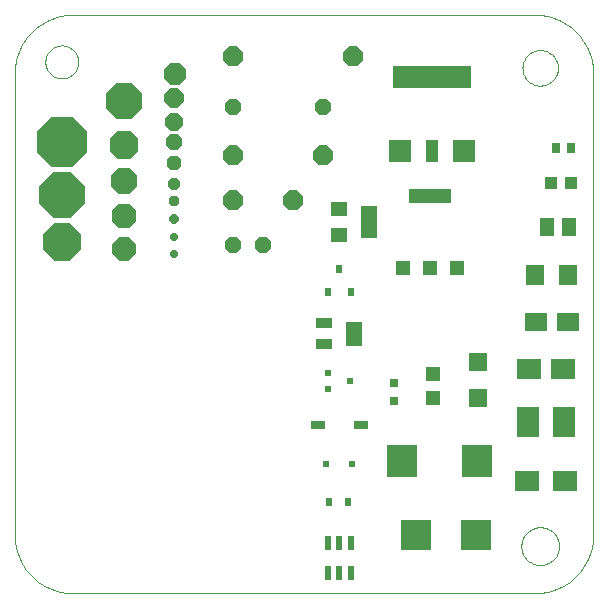
<source format=gtl>
G75*
G70*
%OFA0B0*%
%FSLAX24Y24*%
%IPPOS*%
%LPD*%
%AMOC8*
5,1,8,0,0,1.08239X$1,22.5*
%
%ADD10C,0.0004*%
%ADD11C,0.0000*%
%ADD12OC8,0.0660*%
%ADD13OC8,0.0520*%
%ADD14R,0.0315X0.0315*%
%ADD15R,0.0472X0.0472*%
%ADD16R,0.0591X0.0591*%
%ADD17R,0.0276X0.0354*%
%ADD18R,0.0433X0.0394*%
%ADD19R,0.0512X0.0591*%
%ADD20R,0.0630X0.0709*%
%ADD21R,0.0768X0.0591*%
%ADD22R,0.0768X0.0984*%
%ADD23R,0.1004X0.0984*%
%ADD24R,0.1004X0.1063*%
%ADD25R,0.0846X0.0709*%
%ADD26R,0.0217X0.0472*%
%ADD27R,0.0236X0.0276*%
%ADD28R,0.0551X0.1102*%
%ADD29R,0.0551X0.0472*%
%ADD30R,0.0512X0.0512*%
%ADD31R,0.1417X0.0512*%
%ADD32R,0.0748X0.0748*%
%ADD33R,0.0433X0.0748*%
%ADD34R,0.2638X0.0748*%
%ADD35R,0.0217X0.0236*%
%ADD36R,0.0571X0.0354*%
%ADD37R,0.0571X0.0827*%
%ADD38R,0.0472X0.0276*%
%ADD39R,0.0236X0.0236*%
%ADD40R,0.0236X0.0315*%
%ADD41OC8,0.1660*%
%ADD42OC8,0.1502*%
%ADD43OC8,0.1266*%
%ADD44OC8,0.1181*%
%ADD45OC8,0.0945*%
%ADD46OC8,0.0886*%
%ADD47OC8,0.0827*%
%ADD48OC8,0.0768*%
%ADD49OC8,0.0709*%
%ADD50OC8,0.0650*%
%ADD51OC8,0.0591*%
%ADD52OC8,0.0531*%
%ADD53OC8,0.0472*%
%ADD54OC8,0.0413*%
%ADD55OC8,0.0356*%
%ADD56OC8,0.0317*%
%ADD57OC8,0.0277*%
%ADD58OC8,0.0238*%
D10*
X002079Y000131D02*
X004048Y000131D01*
X017434Y000131D01*
X017528Y000133D01*
X017621Y000140D01*
X017714Y000151D01*
X017807Y000167D01*
X017898Y000187D01*
X017989Y000211D01*
X018078Y000239D01*
X018166Y000272D01*
X018252Y000309D01*
X018336Y000350D01*
X018419Y000395D01*
X018499Y000444D01*
X018576Y000496D01*
X018651Y000552D01*
X018723Y000612D01*
X018793Y000675D01*
X018859Y000741D01*
X018922Y000811D01*
X018982Y000883D01*
X019038Y000958D01*
X019090Y001035D01*
X019139Y001116D01*
X019184Y001198D01*
X019225Y001282D01*
X019262Y001368D01*
X019295Y001456D01*
X019323Y001545D01*
X019347Y001636D01*
X019367Y001727D01*
X019383Y001820D01*
X019394Y001913D01*
X019401Y002006D01*
X019403Y002100D01*
X019402Y002100D02*
X019402Y008399D01*
X019402Y017454D01*
X019403Y017454D02*
X019401Y017548D01*
X019394Y017641D01*
X019383Y017734D01*
X019367Y017827D01*
X019347Y017918D01*
X019323Y018009D01*
X019295Y018098D01*
X019262Y018186D01*
X019225Y018272D01*
X019184Y018356D01*
X019139Y018438D01*
X019090Y018519D01*
X019038Y018596D01*
X018982Y018671D01*
X018922Y018743D01*
X018859Y018813D01*
X018793Y018879D01*
X018723Y018942D01*
X018651Y019002D01*
X018576Y019058D01*
X018499Y019110D01*
X018418Y019159D01*
X018336Y019204D01*
X018252Y019245D01*
X018166Y019282D01*
X018078Y019315D01*
X017989Y019343D01*
X017898Y019367D01*
X017807Y019387D01*
X017714Y019403D01*
X017621Y019414D01*
X017528Y019421D01*
X017434Y019423D01*
X017434Y019422D02*
X015859Y019422D01*
X002079Y019422D01*
X002079Y019423D02*
X001985Y019421D01*
X001892Y019414D01*
X001799Y019403D01*
X001706Y019387D01*
X001615Y019367D01*
X001524Y019343D01*
X001435Y019315D01*
X001347Y019282D01*
X001261Y019245D01*
X001177Y019204D01*
X001094Y019159D01*
X001014Y019110D01*
X000937Y019058D01*
X000862Y019002D01*
X000790Y018942D01*
X000720Y018879D01*
X000654Y018813D01*
X000591Y018743D01*
X000531Y018671D01*
X000475Y018596D01*
X000423Y018519D01*
X000374Y018439D01*
X000329Y018356D01*
X000288Y018272D01*
X000251Y018186D01*
X000218Y018098D01*
X000190Y018009D01*
X000166Y017918D01*
X000146Y017827D01*
X000130Y017734D01*
X000119Y017641D01*
X000112Y017548D01*
X000110Y017454D01*
X000111Y017454D02*
X000111Y012336D01*
X000111Y002100D01*
X000110Y002100D02*
X000112Y002006D01*
X000119Y001913D01*
X000130Y001820D01*
X000146Y001727D01*
X000166Y001636D01*
X000190Y001545D01*
X000218Y001456D01*
X000251Y001368D01*
X000288Y001282D01*
X000329Y001198D01*
X000374Y001116D01*
X000423Y001035D01*
X000475Y000958D01*
X000531Y000883D01*
X000591Y000811D01*
X000654Y000741D01*
X000720Y000675D01*
X000790Y000612D01*
X000862Y000552D01*
X000937Y000496D01*
X001014Y000444D01*
X001094Y000395D01*
X001177Y000350D01*
X001261Y000309D01*
X001347Y000272D01*
X001435Y000239D01*
X001524Y000211D01*
X001615Y000187D01*
X001706Y000167D01*
X001799Y000151D01*
X001892Y000140D01*
X001985Y000133D01*
X002079Y000131D01*
D11*
X017001Y001706D02*
X017003Y001756D01*
X017009Y001806D01*
X017019Y001855D01*
X017033Y001903D01*
X017050Y001950D01*
X017071Y001995D01*
X017096Y002039D01*
X017124Y002080D01*
X017156Y002119D01*
X017190Y002156D01*
X017227Y002190D01*
X017267Y002220D01*
X017309Y002247D01*
X017353Y002271D01*
X017399Y002292D01*
X017446Y002308D01*
X017494Y002321D01*
X017544Y002330D01*
X017593Y002335D01*
X017644Y002336D01*
X017694Y002333D01*
X017743Y002326D01*
X017792Y002315D01*
X017840Y002300D01*
X017886Y002282D01*
X017931Y002260D01*
X017974Y002234D01*
X018015Y002205D01*
X018054Y002173D01*
X018090Y002138D01*
X018122Y002100D01*
X018152Y002060D01*
X018179Y002017D01*
X018202Y001973D01*
X018221Y001927D01*
X018237Y001879D01*
X018249Y001830D01*
X018257Y001781D01*
X018261Y001731D01*
X018261Y001681D01*
X018257Y001631D01*
X018249Y001582D01*
X018237Y001533D01*
X018221Y001485D01*
X018202Y001439D01*
X018179Y001395D01*
X018152Y001352D01*
X018122Y001312D01*
X018090Y001274D01*
X018054Y001239D01*
X018015Y001207D01*
X017974Y001178D01*
X017931Y001152D01*
X017886Y001130D01*
X017840Y001112D01*
X017792Y001097D01*
X017743Y001086D01*
X017694Y001079D01*
X017644Y001076D01*
X017593Y001077D01*
X017544Y001082D01*
X017494Y001091D01*
X017446Y001104D01*
X017399Y001120D01*
X017353Y001141D01*
X017309Y001165D01*
X017267Y001192D01*
X017227Y001222D01*
X017190Y001256D01*
X017156Y001293D01*
X017124Y001332D01*
X017096Y001373D01*
X017071Y001417D01*
X017050Y001462D01*
X017033Y001509D01*
X017019Y001557D01*
X017009Y001606D01*
X017003Y001656D01*
X017001Y001706D01*
X017040Y017651D02*
X017042Y017699D01*
X017048Y017747D01*
X017058Y017794D01*
X017071Y017840D01*
X017089Y017885D01*
X017109Y017929D01*
X017134Y017971D01*
X017162Y018010D01*
X017192Y018047D01*
X017226Y018081D01*
X017263Y018113D01*
X017301Y018142D01*
X017342Y018167D01*
X017385Y018189D01*
X017430Y018207D01*
X017476Y018221D01*
X017523Y018232D01*
X017571Y018239D01*
X017619Y018242D01*
X017667Y018241D01*
X017715Y018236D01*
X017763Y018227D01*
X017809Y018215D01*
X017854Y018198D01*
X017898Y018178D01*
X017940Y018155D01*
X017980Y018128D01*
X018018Y018098D01*
X018053Y018065D01*
X018085Y018029D01*
X018115Y017991D01*
X018141Y017950D01*
X018163Y017907D01*
X018183Y017863D01*
X018198Y017818D01*
X018210Y017771D01*
X018218Y017723D01*
X018222Y017675D01*
X018222Y017627D01*
X018218Y017579D01*
X018210Y017531D01*
X018198Y017484D01*
X018183Y017439D01*
X018163Y017395D01*
X018141Y017352D01*
X018115Y017311D01*
X018085Y017273D01*
X018053Y017237D01*
X018018Y017204D01*
X017980Y017174D01*
X017940Y017147D01*
X017898Y017124D01*
X017854Y017104D01*
X017809Y017087D01*
X017763Y017075D01*
X017715Y017066D01*
X017667Y017061D01*
X017619Y017060D01*
X017571Y017063D01*
X017523Y017070D01*
X017476Y017081D01*
X017430Y017095D01*
X017385Y017113D01*
X017342Y017135D01*
X017301Y017160D01*
X017263Y017189D01*
X017226Y017221D01*
X017192Y017255D01*
X017162Y017292D01*
X017134Y017331D01*
X017109Y017373D01*
X017089Y017417D01*
X017071Y017462D01*
X017058Y017508D01*
X017048Y017555D01*
X017042Y017603D01*
X017040Y017651D01*
X001135Y017848D02*
X001137Y017895D01*
X001143Y017941D01*
X001153Y017987D01*
X001166Y018032D01*
X001184Y018075D01*
X001205Y018117D01*
X001229Y018157D01*
X001257Y018194D01*
X001288Y018229D01*
X001322Y018262D01*
X001358Y018291D01*
X001397Y018317D01*
X001438Y018340D01*
X001481Y018359D01*
X001525Y018375D01*
X001570Y018387D01*
X001616Y018395D01*
X001663Y018399D01*
X001709Y018399D01*
X001756Y018395D01*
X001802Y018387D01*
X001847Y018375D01*
X001891Y018359D01*
X001934Y018340D01*
X001975Y018317D01*
X002014Y018291D01*
X002050Y018262D01*
X002084Y018229D01*
X002115Y018194D01*
X002143Y018157D01*
X002167Y018117D01*
X002188Y018075D01*
X002206Y018032D01*
X002219Y017987D01*
X002229Y017941D01*
X002235Y017895D01*
X002237Y017848D01*
X002235Y017801D01*
X002229Y017755D01*
X002219Y017709D01*
X002206Y017664D01*
X002188Y017621D01*
X002167Y017579D01*
X002143Y017539D01*
X002115Y017502D01*
X002084Y017467D01*
X002050Y017434D01*
X002014Y017405D01*
X001975Y017379D01*
X001934Y017356D01*
X001891Y017337D01*
X001847Y017321D01*
X001802Y017309D01*
X001756Y017301D01*
X001709Y017297D01*
X001663Y017297D01*
X001616Y017301D01*
X001570Y017309D01*
X001525Y017321D01*
X001481Y017337D01*
X001438Y017356D01*
X001397Y017379D01*
X001358Y017405D01*
X001322Y017434D01*
X001288Y017467D01*
X001257Y017502D01*
X001229Y017539D01*
X001205Y017579D01*
X001184Y017621D01*
X001166Y017664D01*
X001153Y017709D01*
X001143Y017755D01*
X001137Y017801D01*
X001135Y017848D01*
D12*
X007408Y018031D03*
X007408Y014731D03*
X007408Y013231D03*
X009408Y013231D03*
X010408Y014731D03*
X011408Y018031D03*
D13*
X010408Y016331D03*
X007408Y016331D03*
X007386Y011745D03*
X008386Y011745D03*
D14*
X012774Y007151D03*
X012774Y006561D03*
D15*
X014072Y006637D03*
X014072Y007463D03*
D16*
X015571Y007833D03*
X015571Y006655D03*
D17*
X018162Y014993D03*
X018674Y014993D03*
D18*
X018654Y013812D03*
X017985Y013812D03*
D19*
X017847Y012336D03*
X018595Y012336D03*
D20*
X018575Y010761D03*
X017473Y010761D03*
D21*
X017483Y009186D03*
X018566Y009186D03*
D22*
X018428Y005840D03*
X017227Y005840D03*
D23*
X015492Y002066D03*
X013503Y002066D03*
D24*
X013017Y004533D03*
X015517Y004533D03*
D25*
X017188Y003871D03*
X018467Y003871D03*
X018408Y007611D03*
X017247Y007611D03*
D26*
X011312Y001824D03*
X010938Y001824D03*
X010564Y001824D03*
X010564Y000800D03*
X010938Y000800D03*
X011312Y000800D03*
D27*
X011312Y010170D03*
X010564Y010170D03*
X010938Y010958D03*
D28*
X011938Y012526D03*
D29*
X010915Y012959D03*
X010915Y012092D03*
D30*
X013050Y010993D03*
X013956Y010993D03*
X014861Y010993D03*
D31*
X013956Y013395D03*
D32*
X012952Y014894D03*
X015078Y014894D03*
D33*
X014015Y014894D03*
D34*
X014015Y017335D03*
D35*
X010573Y007474D03*
X010573Y006962D03*
X011302Y007218D03*
D36*
X010436Y008438D03*
X010436Y009147D03*
D37*
X011440Y008792D03*
D38*
X011666Y005741D03*
X010209Y005741D03*
D39*
X010505Y004462D03*
X011371Y004462D03*
D40*
X011231Y003196D03*
X010601Y003196D03*
D41*
X001686Y015185D03*
D42*
X001686Y013414D03*
D43*
X001686Y011839D03*
D44*
X003751Y016551D03*
D45*
X003751Y015073D03*
D46*
X003751Y013892D03*
D47*
X003751Y012711D03*
D48*
X003751Y011626D03*
D49*
X005451Y017442D03*
D50*
X005426Y016648D03*
D51*
X005426Y015860D03*
D52*
X005426Y015173D03*
D53*
X005426Y014485D03*
D54*
X005426Y013795D03*
D55*
X005426Y013204D03*
D56*
X005426Y012614D03*
D57*
X005426Y012023D03*
D58*
X005426Y011433D03*
M02*

</source>
